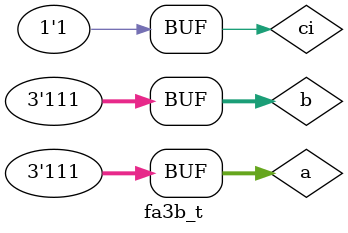
<source format=v>
module fa3b_t();
reg [2:0]a,b;
reg ci;
wire [2:0]s;
wire c;
fa3b fa3b1(s,c,a,b,ci);
initial
begin
#100; a[0]=0; a[1]=0; a[2]=0; b[0]=0; b[1]=0; b[2]=0; ci=0; 
#100; a[0]=0; a[1]=0; a[2]=1; b[0]=0; b[1]=0; b[2]=1; ci=0; 
#100; a[0]=0; a[1]=1; a[2]=0; b[0]=0; b[1]=1; b[2]=0; ci=0; 
#100; a[0]=0; a[1]=1; a[2]=1; b[0]=0; b[1]=1; b[2]=1; ci=0; 
#100; a[0]=1; a[1]=0; a[2]=0; b[0]=1; b[1]=0; b[2]=0; ci=0; 
#100; a[0]=1; a[1]=0; a[2]=1; b[0]=1; b[1]=0; b[2]=1; ci=0; 
#100; a[0]=1; a[1]=1; a[2]=0; b[0]=1; b[1]=1; b[2]=0; ci=0; 
#100; a[0]=1; a[1]=1; a[2]=1; b[0]=1; b[1]=1; b[2]=1; ci=0;
#100; a[0]=0; a[1]=0; a[2]=0; b[0]=0; b[1]=0; b[2]=0; ci=1; 
#100; a[0]=0; a[1]=0; a[2]=1; b[0]=0; b[1]=0; b[2]=1; ci=1; 
#100; a[0]=0; a[1]=1; a[2]=0; b[0]=0; b[1]=1; b[2]=0; ci=1; 
#100; a[0]=0; a[1]=1; a[2]=1; b[0]=0; b[1]=1; b[2]=1; ci=1; 
#100; a[0]=1; a[1]=0; a[2]=0; b[0]=1; b[1]=0; b[2]=0; ci=1; 
#100; a[0]=1; a[1]=0; a[2]=1; b[0]=1; b[1]=0; b[2]=1; ci=1; 
#100; a[0]=1; a[1]=1; a[2]=0; b[0]=1; b[1]=1; b[2]=0; ci=1; 
#100; a[0]=1; a[1]=1; a[2]=1; b[0]=1; b[1]=1; b[2]=1; ci=1;
end
endmodule
</source>
